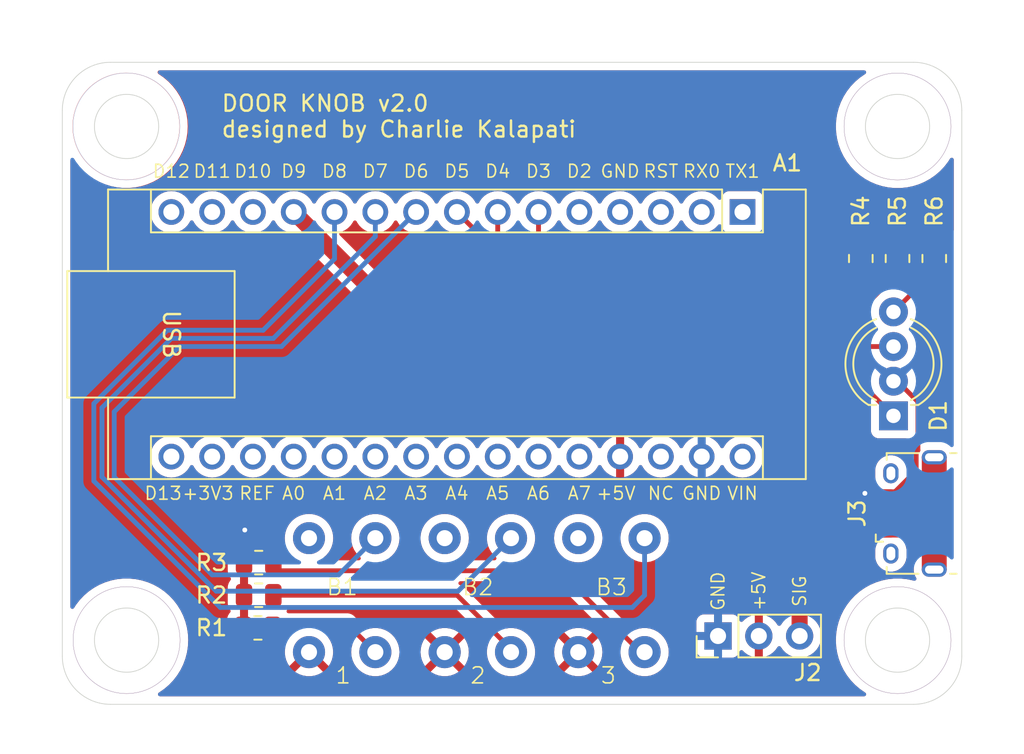
<source format=kicad_pcb>
(kicad_pcb (version 20240108) (generator "pcbnew") (generator_version "8.0")
  (layers (0 "F.Cu" signal) (31 "B.Cu" signal) (34 "B.Paste" user) (35 "F.Paste" user) (36 "B.SilkS" user "B.Silkscreen") (37 "F.SilkS" user "F.Silkscreen") (38 "B.Mask" user) (39 "F.Mask" user) (44 "Edge.Cuts" user))
  (net 0 "")
  (net 1 "Net-(A1-D7)")
  (net 2 "unconnected-(A1-A4-Pad23)")
  (net 5 "Net-(A1-D4)")
  (net 7 "+5V")
  (net 10 "Net-(A1-D8)")
  (net 11 "Net-(A1-D9)")
  (net 13 "Net-(A1-D5)")
  (net 21 "Net-(A1-D3)")
  (net 25 "Net-(A1-D6)")
  (net 26 "GND")
  (net 29 "Net-(B1-Pad4)")
  (net 31 "Net-(B2-Pad4)")
  (net 33 "Net-(B3-Pad4)")
  (net 34 "Net-(D1-BA)")
  (net 35 "Net-(D1-RA)")
  (net 36 "Net-(D1-GA)")
  (footprint "1_My_custom_library:Button_6mm" (layer "F.Cu") (at 100.871 108.198)
    (property "Reference" "B2" (at 0 -0.5 0) (layer "F.SilkS") (effects (font (thickness 0.1))))
    (property "Value" "~" (hide yes))
    (pad "1" thru_hole custom (at -2.065 -3.55) (size 2 2) (drill 1) (layers "*.Cu" "*.Mask") (options (clearance outline) (anchor circle)) (primitives))
    (pad "2" thru_hole circle (at 2.065 -3.55) (size 2 2) (drill 1) (layers "*.Cu" "*.Mask") (net 1 "Net-(A1-D7)"))
    (pad "3" thru_hole circle (at -2.065 3.55) (size 2 2) (drill 1) (layers "*.Cu" "*.Mask") (net 7 "+5V"))
    (pad "4" thru_hole circle (at 2.065 3.55) (size 2 2) (drill 1) (layers "*.Cu" "*.Mask") (net 31 "Net-(B2-Pad4)"))
  )
  (footprint "Module:Arduino_Nano" (layer "F.Cu") (at 117.348 84.328 -90)
    (property "Reference" "A1" (at -3.048 -2.794 0) (layer "F.SilkS"))
    (property "Value" "Arduino_Nano_Matter")
    (fp_line (start 3.68 42.04) (end 3.68 31.62) (stroke (width 0.12)) (layer "F.SilkS"))
    (fp_line (start 11.56 42.04) (end 3.68 42.04) (stroke (width 0.12)) (layer "F.SilkS"))
    (fp_line (start -1.4 39.5) (end 3.68 39.5) (stroke (width 0.12)) (layer "F.SilkS"))
    (fp_line (start 16.64 39.5) (end 11.56 39.5) (stroke (width 0.12)) (layer "F.SilkS"))
    (fp_line (start 16.64 39.5) (end 16.64 -3.94) (stroke (width 0.12)) (layer "F.SilkS"))
    (fp_line (start 1.27 36.83) (end -1.4 36.83) (stroke (width 0.12)) (layer "F.SilkS"))
    (fp_line (start 13.97 36.83) (end 16.64 36.83) (stroke (width 0.12)) (layer "F.SilkS"))
    (fp_line (start 3.68 31.62) (end 11.56 31.62) (stroke (width 0.12)) (layer "F.SilkS"))
    (fp_line (start 11.56 31.62) (end 11.56 42.04) (stroke (width 0.12)) (layer "F.SilkS"))
    (fp_line (start -1.4 1.27) (end -1.4 39.5) (stroke (width 0.12)) (layer "F.SilkS"))
    (fp_line (start 1.27 1.27) (end 1.27 36.83) (stroke (width 0.12)) (layer "F.SilkS"))
    (fp_line (start 1.27 1.27) (end -1.4 1.27) (stroke (width 0.12)) (layer "F.SilkS"))
    (fp_line (start 1.27 1.27) (end 1.27 -1.27) (stroke (width 0.12)) (layer "F.SilkS"))
    (fp_line (start 1.27 -1.27) (end -1.4 -1.27) (stroke (width 0.12)) (layer "F.SilkS"))
    (fp_line (start 13.97 -1.27) (end 13.97 36.83) (stroke (width 0.12)) (layer "F.SilkS"))
    (fp_line (start 13.97 -1.27) (end 16.64 -1.27) (stroke (width 0.12)) (layer "F.SilkS"))
    (fp_line (start -1.4 -3.94) (end -1.4 -1.27) (stroke (width 0.12)) (layer "F.SilkS"))
    (fp_line (start 16.64 -3.94) (end -1.4 -3.94) (stroke (width 0.12)) (layer "F.SilkS"))
    (fp_text user "USB" (at 7.62 35.56 -90) (layer "F.SilkS"))
    (pad "1" thru_hole rect (at 0 0 270) (size 1.6 1.6) (drill 1) (layers "*.Cu" "*.Mask"))
    (pad "2" thru_hole oval (at 0 2.54 270) (size 1.6 1.6) (drill 1) (layers "*.Cu" "*.Mask"))
    (pad "3" thru_hole oval (at 0 5.08 270) (size 1.6 1.6) (drill 1) (layers "*.Cu" "*.Mask"))
    (pad "4" thru_hole oval (at 0 7.62 270) (size 1.6 1.6) (drill 1) (layers "*.Cu" "*.Mask"))
    (pad "5" thru_hole oval (at 0 10.16 270) (size 1.6 1.6) (drill 1) (layers "*.Cu" "*.Mask"))
    (pad "6" thru_hole oval (at 0 12.7 270) (size 1.6 1.6) (drill 1) (layers "*.Cu" "*.Mask") (net 21 "Net-(A1-D3)"))
    (pad "7" thru_hole oval (at 0 15.24 270) (size 1.6 1.6) (drill 1) (layers "*.Cu" "*.Mask") (net 5 "Net-(A1-D4)"))
    (pad "8" thru_hole oval (at 0 17.78 270) (size 1.6 1.6) (drill 1) (layers "*.Cu" "*.Mask") (net 13 "Net-(A1-D5)"))
    (pad "9" thru_hole oval (at 0 20.32 270) (size 1.6 1.6) (drill 1) (layers "*.Cu" "*.Mask") (net 25 "Net-(A1-D6)"))
    (pad "10" thru_hole oval (at 0 22.86 270) (size 1.6 1.6) (drill 1) (layers "*.Cu" "*.Mask") (net 1 "Net-(A1-D7)"))
    (pad "11" thru_hole oval (at 0 25.4 270) (size 1.6 1.6) (drill 1) (layers "*.Cu" "*.Mask") (net 10 "Net-(A1-D8)"))
    (pad "12" thru_hole oval (at 0 27.94 270) (size 1.6 1.6) (drill 1) (layers "*.Cu" "*.Mask") (net 11 "Net-(A1-D9)"))
    (pad "13" thru_hole oval (at 0 30.48 270) (size 1.6 1.6) (drill 1) (layers "*.Cu" "*.Mask"))
    (pad "14" thru_hole oval (at 0 33.02 270) (size 1.6 1.6) (drill 1) (layers "*.Cu" "*.Mask"))
    (pad "15" thru_hole oval (at 0 35.56 270) (size 1.6 1.6) (drill 1) (layers "*.Cu" "*.Mask"))
    (pad "16" thru_hole oval (at 15.24 35.56 270) (size 1.6 1.6) (drill 1) (layers "*.Cu" "*.Mask"))
    (pad "17" thru_hole oval (at 15.24 33.02 270) (size 1.6 1.6) (drill 1) (layers "*.Cu" "*.Mask"))
    (pad "18" thru_hole oval (at 15.24 30.48 270) (size 1.6 1.6) (drill 1) (layers "*.Cu" "*.Mask"))
    (pad "19" thru_hole oval (at 15.24 27.94 270) (size 1.6 1.6) (drill 1) (layers "*.Cu" "*.Mask"))
    (pad "20" thru_hole oval (at 15.24 25.4 270) (size 1.6 1.6) (drill 1) (layers "*.Cu" "*.Mask"))
    (pad "21" thru_hole oval (at 15.24 22.86 270) (size 1.6 1.6) (drill 1) (layers "*.Cu" "*.Mask"))
    (pad "22" thru_hole oval (at 15.24 20.32 270) (size 1.6 1.6) (drill 1) (layers "*.Cu" "*.Mask"))
    (pad "23" thru_hole oval (at 15.24 17.78 270) (size 1.6 1.6) (drill 1) (layers "*.Cu" "*.Mask") (net 2 "unconnected-(A1-A4-Pad23)"))
    (pad "24" thru_hole oval (at 15.24 15.24 270) (size 1.6 1.6) (drill 1) (layers "*.Cu" "*.Mask"))
    (pad "25" thru_hole oval (at 15.24 12.7 270) (size 1.6 1.6) (drill 1) (layers "*.Cu" "*.Mask"))
    (pad "26" thru_hole oval (at 15.24 10.16 270) (size 1.6 1.6) (drill 1) (layers "*.Cu" "*.Mask"))
    (pad "27" thru_hole oval (at 15.24 7.62 270) (size 1.6 1.6) (drill 1) (layers "*.Cu" "*.Mask") (net 7 "+5V"))
    (pad "28" thru_hole oval (at 15.24 5.08 270) (size 1.6 1.6) (drill 1) (layers "*.Cu" "*.Mask"))
    (pad "29" thru_hole oval (at 15.24 2.54 270) (size 1.6 1.6) (drill 1) (layers "*.Cu" "*.Mask") (net 26 "GND"))
    (pad "30" thru_hole oval (at 15.24 0 270) (size 1.6 1.6) (drill 1) (layers "*.Cu" "*.Mask"))
  )
  (footprint "Resistor_SMD:R_0805_2012Metric" (layer "F.Cu") (at 87.2255 106.172 180)
    (property "Reference" "R3" (at 2.9445 0 0) (layer "F.SilkS"))
    (property "Value" "220R" (hide yes))
    (fp_line (start -0.227064 0.735) (end 0.227064 0.735) (stroke (width 0.12)) (layer "F.SilkS"))
    (fp_line (start -0.227064 -0.735) (end 0.227064 -0.735) (stroke (width 0.12)) (layer "F.SilkS"))
    (pad "1" smd roundrect (at -0.9125 0 180) (size 1.025 1.4) (layers "F.Cu" "F.Paste" "F.Mask") (roundrect_rratio 0.243902) (net 33 "Net-(B3-Pad4)"))
    (pad "2" smd roundrect (at 0.9125 0 180) (size 1.025 1.4) (layers "F.Cu" "F.Paste" "F.Mask") (roundrect_rratio 0.243902) (net 26 "GND"))
  )
  (footprint "LED_THT:LED_D5.0mm-4_RGB_Wide_Pins" (layer "F.Cu") (at 126.746 97.028 90)
    (property "Reference" "D1" (at 0 2.794 90) (layer "F.SilkS"))
    (property "Value" "LED_RKGB" (hide yes))
    (fp_line (start 0.6785 -1.545) (end 0.6785 -1.08) (stroke (width 0.12)) (layer "F.SilkS"))
    (fp_line (start 0.6785 1.08) (end 0.6785 1.545) (stroke (width 0.12)) (layer "F.SilkS"))
    (fp_arc (start 0.6785 -1.54483) (mid 3.496956 -2.978809) (end 6.026315 -1.080827) (stroke (width 0.12)) (layer "F.SilkS"))
    (fp_arc (start 0.983816 -1.08) (mid 3.238262 -2.5) (end 5.492979 -1.080429) (stroke (width 0.12)) (layer "F.SilkS"))
    (fp_arc (start 5.492979 1.080429) (mid 3.238262 2.5) (end 0.983816 1.08) (stroke (width 0.12)) (layer "F.SilkS"))
    (fp_arc (start 6.026315 1.080827) (mid 3.496956 2.978808) (end 0.6785 1.54483) (stroke (width 0.12)) (layer "F.SilkS"))
    (pad "1" thru_hole rect (at 0 0 90) (size 1.8 1.8) (drill 0.9) (layers "*.Cu" "*.Mask") (net 35 "Net-(D1-RA)"))
    (pad "2" thru_hole circle (at 2.159 0 90) (size 1.8 1.8) (drill 0.9) (layers "*.Cu" "*.Mask") (net 26 "GND"))
    (pad "3" thru_hole circle (at 4.318 0 90) (size 1.8 1.8) (drill 0.9) (layers "*.Cu" "*.Mask") (net 36 "Net-(D1-GA)"))
    (pad "4" thru_hole circle (at 6.477 0 90) (size 1.8 1.8) (drill 0.9) (layers "*.Cu" "*.Mask") (net 34 "Net-(D1-BA)"))
  )
  (footprint "Connector_PinHeader_2.54mm:PinHeader_1x03_P2.54mm_Vertical" (layer "F.Cu") (at 115.824 110.744 90)
    (property "Reference" "J2" (at -2.286 5.588 0) (layer "F.SilkS"))
    (property "Value" "Conn_01x03" (hide yes))
    (fp_line (start -1.33 -1.33) (end 0 -1.33) (stroke (width 0.12)) (layer "F.SilkS"))
    (fp_line (start -1.33 0) (end -1.33 -1.33) (stroke (width 0.12)) (layer "F.SilkS"))
    (fp_line (start 1.33 1.27) (end 1.33 6.41) (stroke (width 0.12)) (layer "F.SilkS"))
    (fp_line (start -1.33 1.27) (end 1.33 1.27) (stroke (width 0.12)) (layer "F.SilkS"))
    (fp_line (start -1.33 1.27) (end -1.33 6.41) (stroke (width 0.12)) (layer "F.SilkS"))
    (fp_line (start -1.33 6.41) (end 1.33 6.41) (stroke (width 0.12)) (layer "F.SilkS"))
    (pad "1" thru_hole rect (at 0 0 90) (size 1.7 1.7) (drill 1) (layers "*.Cu" "*.Mask") (net 26 "GND"))
    (pad "2" thru_hole oval (at 0 2.54 90) (size 1.7 1.7) (drill 1) (layers "*.Cu" "*.Mask") (net 7 "+5V"))
    (pad "3" thru_hole oval (at 0 5.08 90) (size 1.7 1.7) (drill 1) (layers "*.Cu" "*.Mask") (net 11 "Net-(A1-D9)"))
  )
  (footprint "Resistor_SMD:R_0805_2012Metric" (layer "F.Cu") (at 124.714 87.2255 -90)
    (property "Reference" "R4" (at -2.9445 0 90) (layer "F.SilkS"))
    (property "Value" "220R" (hide yes))
    (fp_line (start -0.227064 0.735) (end 0.227064 0.735) (stroke (width 0.12)) (layer "F.SilkS"))
    (fp_line (start -0.227064 -0.735) (end 0.227064 -0.735) (stroke (width 0.12)) (layer "F.SilkS"))
    (pad "1" smd roundrect (at -0.9125 0 270) (size 1.025 1.4) (layers "F.Cu" "F.Paste" "F.Mask") (roundrect_rratio 0.243902) (net 13 "Net-(A1-D5)"))
    (pad "2" smd roundrect (at 0.9125 0 270) (size 1.025 1.4) (layers "F.Cu" "F.Paste" "F.Mask") (roundrect_rratio 0.243902) (net 35 "Net-(D1-RA)"))
  )
  (footprint "Resistor_SMD:R_0805_2012Metric" (layer "F.Cu") (at 127 87.2255 -90)
    (property "Reference" "R5" (at -2.9445 0 90) (layer "F.SilkS"))
    (property "Value" "220R" (hide yes))
    (fp_line (start -0.227064 0.735) (end 0.227064 0.735) (stroke (width 0.12)) (layer "F.SilkS"))
    (fp_line (start -0.227064 -0.735) (end 0.227064 -0.735) (stroke (width 0.12)) (layer "F.SilkS"))
    (pad "1" smd roundrect (at -0.9125 0 270) (size 1.025 1.4) (layers "F.Cu" "F.Paste" "F.Mask") (roundrect_rratio 0.243902) (net 5 "Net-(A1-D4)"))
    (pad "2" smd roundrect (at 0.9125 0 270) (size 1.025 1.4) (layers "F.Cu" "F.Paste" "F.Mask") (roundrect_rratio 0.243902) (net 36 "Net-(D1-GA)"))
  )
  (footprint "1_My_custom_library:Button_6mm" (layer "F.Cu") (at 109.187 108.198)
    (property "Reference" "B3" (at 0 -0.5 0) (layer "F.SilkS") (effects (font (thickness 0.1))))
    (property "Value" "~" (hide yes))
    (pad "1" thru_hole custom (at -2.065 -3.55) (size 2 2) (drill 1) (layers "*.Cu" "*.Mask") (options (clearance outline) (anchor circle)) (primitives))
    (pad "2" thru_hole circle (at 2.065 -3.55) (size 2 2) (drill 1) (layers "*.Cu" "*.Mask") (net 10 "Net-(A1-D8)"))
    (pad "3" thru_hole circle (at -2.065 3.55) (size 2 2) (drill 1) (layers "*.Cu" "*.Mask") (net 7 "+5V"))
    (pad "4" thru_hole circle (at 2.065 3.55) (size 2 2) (drill 1) (layers "*.Cu" "*.Mask") (net 33 "Net-(B3-Pad4)"))
  )
  (footprint "Resistor_SMD:R_0805_2012Metric" (layer "F.Cu") (at 87.2255 108.204 180)
    (property "Reference" "R2" (at 2.9445 0 0) (layer "F.SilkS"))
    (property "Value" "220R" (hide yes))
    (fp_line (start -0.227064 0.735) (end 0.227064 0.735) (stroke (width 0.12)) (layer "F.SilkS"))
    (fp_line (start -0.227064 -0.735) (end 0.227064 -0.735) (stroke (width 0.12)) (layer "F.SilkS"))
    (pad "1" smd roundrect (at -0.9125 0 180) (size 1.025 1.4) (layers "F.Cu" "F.Paste" "F.Mask") (roundrect_rratio 0.243902) (net 31 "Net-(B2-Pad4)"))
    (pad "2" smd roundrect (at 0.9125 0 180) (size 1.025 1.4) (layers "F.Cu" "F.Paste" "F.Mask") (roundrect_rratio 0.243902) (net 26 "GND"))
  )
  (footprint "Resistor_SMD:R_0805_2012Metric" (layer "F.Cu") (at 87.1785 110.236 180)
    (property "Reference" "R1" (at 2.8975 0 0) (layer "F.SilkS"))
    (property "Value" "220R" (hide yes))
    (fp_line (start -0.227064 0.735) (end 0.227064 0.735) (stroke (width 0.12)) (layer "F.SilkS"))
    (fp_line (start -0.227064 -0.735) (end 0.227064 -0.735) (stroke (width 0.12)) (layer "F.SilkS"))
    (pad "1" smd roundrect (at -0.9125 0 180) (size 1.025 1.4) (layers "F.Cu" "F.Paste" "F.Mask") (roundrect_rratio 0.243902) (net 29 "Net-(B1-Pad4)"))
    (pad "2" smd roundrect (at 0.9125 0 180) (size 1.025 1.4) (layers "F.Cu" "F.Paste" "F.Mask") (roundrect_rratio 0.243902) (net 26 "GND"))
  )
  (footprint "Resistor_SMD:R_0805_2012Metric" (layer "F.Cu") (at 129.286 87.2255 -90)
    (property "Reference" "R6" (at -2.9445 0 90) (layer "F.SilkS"))
    (property "Value" "220R" (hide yes))
    (fp_line (start -0.227064 0.735) (end 0.227064 0.735) (stroke (width 0.12)) (layer "F.SilkS"))
    (fp_line (start -0.227064 -0.735) (end 0.227064 -0.735) (stroke (width 0.12)) (layer "F.SilkS"))
    (pad "1" smd roundrect (at -0.9125 0 270) (size 1.025 1.4) (layers "F.Cu" "F.Paste" "F.Mask") (roundrect_rratio 0.243902) (net 21 "Net-(A1-D3)"))
    (pad "2" smd roundrect (at 0.9125 0 270) (size 1.025 1.4) (layers "F.Cu" "F.Paste" "F.Mask") (roundrect_rratio 0.243902) (net 34 "Net-(D1-BA)"))
  )
  (footprint "1_My_custom_library:Button_6mm" (layer "F.Cu") (at 92.423 108.198)
    (property "Reference" "B1" (at 0 -0.5 0) (layer "F.SilkS") (effects (font (thickness 0.1))))
    (property "Value" "~" (hide yes))
    (pad "1" thru_hole custom (at -2.065 -3.55) (size 2 2) (drill 1) (layers "*.Cu" "*.Mask") (options (clearance outline) (anchor circle)) (primitives))
    (pad "2" thru_hole circle (at 2.065 -3.55) (size 2 2) (drill 1) (layers "*.Cu" "*.Mask") (net 25 "Net-(A1-D6)"))
    (pad "3" thru_hole circle (at -2.065 3.55) (size 2 2) (drill 1) (layers "*.Cu" "*.Mask") (net 7 "+5V"))
    (pad "4" thru_hole circle (at 2.065 3.55) (size 2 2) (drill 1) (layers "*.Cu" "*.Mask") (net 29 "Net-(B1-Pad4)"))
  )
  (footprint "Connector_USB:USB_Micro-B_Amphenol_10118194-0001LF_Horizontal" (layer "F.Cu") (at 127.986 103.108 90)
    (property "Reference" "J3" (at 0 -3.5 90) (layer "F.SilkS"))
    (property "Value" "USB_B_Micro" (hide yes))
    (fp_line (start -1.31 -2.34) (end -1.76 -2.34) (stroke (width 0.12)) (layer "F.SilkS"))
    (fp_line (start -1.76 -1.89) (end -1.76 -2.34) (stroke (width 0.12)) (layer "F.SilkS"))
    (fp_line (start 3.76 -1.66) (end 3.34 -1.66) (stroke (width 0.12)) (layer "F.SilkS"))
    (fp_line (start -3.76 -1.66) (end -3.34 -1.66) (stroke (width 0.12)) (layer "F.SilkS"))
    (fp_line (start 3.76 0.32) (end 3.76 -1.66) (stroke (width 0.12)) (layer "F.SilkS"))
    (fp_line (start -3.76 0.32) (end -3.76 -1.66) (stroke (width 0.12)) (layer "F.SilkS"))
    (fp_line (start 3.76 2.29) (end 3.76 2.69) (stroke (width 0.12)) (layer "F.SilkS"))
    (fp_line (start -3.76 2.69) (end -3.76 2.29) (stroke (width 0.12)) (layer "F.SilkS"))
    (pad "1" smd roundrect (at -1.3 -1.4 90) (size 0.4 1.35) (layers "F.Cu" "F.Paste" "F.Mask") (net 7 "+5V"))
    (pad "2" smd roundrect (at -0.65 -1.4 90) (size 0.4 1.35) (layers "F.Cu" "F.Paste" "F.Mask"))
    (pad "3" smd roundrect (at 0 -1.4 90) (size 0.4 1.35) (layers "F.Cu" "F.Paste" "F.Mask"))
    (pad "4" smd roundrect (at 0.65 -1.4 90) (size 0.4 1.35) (layers "F.Cu" "F.Paste" "F.Mask"))
    (pad "5" smd roundrect (at 1.3 -1.4 90) (size 0.4 1.35) (layers "F.Cu" "F.Paste" "F.Mask") (net 26 "GND"))
    (pad "6" thru_hole oval (at -3.5 1.3 90) (size 0.89 1.55) (drill oval 0.5 1.15) (layers "*.Cu" "*.Mask"))
    (pad "6" smd roundrect (at -3.025 1.3 90) (size 1.45 1.55) (layers "F.Cu" "F.Paste" "F.Mask") (roundrect_rratio 0.1724137931))
    (pad "6" thru_hole oval (at -2.5 -1.4 90) (size 1.25 0.95) (drill oval 0.85 0.55) (layers "*.Cu" "*.Mask"))
    (pad "6" smd roundrect (at -1 1.3 90) (size 1.5 1.55) (layers "F.Cu" "F.Paste" "F.Mask") (roundrect_rratio 0.1666666667))
    (pad "6" smd roundrect (at 1 1.3 90) (size 1.5 1.55) (layers "F.Cu" "F.Paste" "F.Mask") (roundrect_rratio 0.1666666667))
    (pad "6" thru_hole oval (at 2.5 -1.4 90) (size 1.25 0.95) (drill oval 0.85 0.55) (layers "*.Cu" "*.Mask"))
    (pad "6" smd roundrect (at 3.025 1.3 90) (size 1.45 1.55) (layers "F.Cu" "F.Paste" "F.Mask") (roundrect_rratio 0.1724137931))
    (pad "6" thru_hole oval (at 3.5 1.3 90) (size 0.89 1.55) (drill oval 0.5 1.15) (layers "*.Cu" "*.Mask"))
  )
  (gr_circle (center 127 111) (end 130.33 111) (stroke (width 0.01)) (fill none) (layer "F.Cu"))
  (gr_circle (center 78.966 78.994) (end 82.296 78.994) (stroke (width 0.01)) (fill none) (layer "F.Cu"))
  (gr_circle (center 79 111) (end 82.33 111) (stroke (width 0.01)) (fill none) (layer "F.Cu"))
  (gr_circle (center 127 79) (end 130.33 79) (stroke (width 0.01)) (fill none) (layer "F.Cu"))
  (gr_circle (center 127 111) (end 130.33 111) (stroke (width 0.01)) (fill none) (layer "B.Cu"))
  (gr_circle (center 127 79) (end 130.33 79) (stroke (width 0.01)) (fill none) (layer "B.Cu"))
  (gr_circle (center 79 79) (end 82.33 79) (stroke (width 0.01)) (fill none) (layer "B.Cu"))
  (gr_circle (center 79 111) (end 82.33 111) (stroke (width 0.01)) (fill none) (layer "B.Cu"))
  (gr_line (start 131 78) (end 131 112) (stroke (width 0.05)) (layer "Edge.Cuts"))
  (gr_arc (start 78 115) (mid 75.87868 114.12132) (end 75 112) (stroke (width 0.05)) (layer "Edge.Cuts"))
  (gr_circle (center 127 79) (end 129 79) (stroke (width 0.05)) (fill none) (layer "Edge.Cuts"))
  (gr_arc (start 128 75) (mid 130.12132 75.87868) (end 131 78) (stroke (width 0.05)) (layer "Edge.Cuts"))
  (gr_circle (center 79 111) (end 81 111) (stroke (width 0.05)) (fill none) (layer "Edge.Cuts"))
  (gr_arc (start 75 78) (mid 75.87868 75.87868) (end 78 75) (stroke (width 0.05)) (layer "Edge.Cuts"))
  (gr_line (start 78 75) (end 128 75) (stroke (width 0.05)) (layer "Edge.Cuts"))
  (gr_line (start 128 115) (end 78 115) (stroke (width 0.05)) (layer "Edge.Cuts"))
  (gr_circle (center 127 111) (end 129 111) (stroke (width 0.05)) (fill none) (layer "Edge.Cuts"))
  (gr_line (start 75 112) (end 75 78) (stroke (width 0.05)) (layer "Edge.Cuts"))
  (gr_circle (center 79 79) (end 81 79) (stroke (width 0.05)) (fill none) (layer "Edge.Cuts"))
  (gr_arc (start 131 112) (mid 130.12132 114.12132) (end 128 115) (stroke (width 0.05)) (layer "Edge.Cuts"))
  (gr_text "1" (at 91.948 113.792 0) (layer "F.SilkS") (effects (font (size 1 1) (thickness 0.1)) (justify left bottom)))
  (gr_text "A7" (at 107.188 101.854 0) (layer "F.SilkS") (effects (font (size 0.8 0.8) (thickness 0.1))))
  (gr_text "SIG" (at 120.904 107.95 90) (layer "F.SilkS") (effects (font (size 0.8 0.8) (thickness 0.1))))
  (gr_text "D5" (at 99.568 81.788 0) (layer "F.SilkS") (effects (font (size 0.8 0.8) (thickness 0.1))))
  (gr_text "A1" (at 91.948 101.854 0) (layer "F.SilkS") (effects (font (size 0.8 0.8) (thickness 0.1))))
  (gr_text "DOOR KNOB v2.0\ndesigned by Charlie Kalapati" (at 84.836 79.756 0) (layer "F.SilkS") (effects (font (size 1 1)) (justify left bottom)))
  (gr_text "A3" (at 97.028 101.854 0) (layer "F.SilkS") (effects (font (size 0.8 0.8) (thickness 0.1))))
  (gr_text "D13" (at 81.28 101.854 0) (layer "F.SilkS") (effects (font (size 0.8 0.8) (thickness 0.1))))
  (gr_text "GND" (at 109.728 81.788 0) (layer "F.SilkS") (effects (font (size 0.8 0.8) (thickness 0.1))))
  (gr_text "D2" (at 107.188 81.788 0) (layer "F.SilkS") (effects (font (size 0.8 0.8) (thickness 0.1))))
  (gr_text "GND" (at 114.808 101.854 0) (layer "F.SilkS") (effects (font (size 0.8 0.8) (thickness 0.1))))
  (gr_text "+5V" (at 109.474 101.854 0) (layer "F.SilkS") (effects (font (size 0.8 0.8) (thickness 0.1))))
  (gr_text "D9" (at 89.408 81.788 0) (layer "F.SilkS") (effects (font (size 0.8 0.8) (thickness 0.1))))
  (gr_text "2" (at 100.33 113.792 0) (layer "F.SilkS") (effects (font (size 1 1) (thickness 0.1)) (justify left bottom)))
  (gr_text "D11" (at 84.328 81.788 0) (layer "F.SilkS") (effects (font (size 0.8 0.8) (thickness 0.1))))
  (gr_text "TX1" (at 117.348 81.788 0) (layer "F.SilkS") (effects (font (size 0.8 0.8) (thickness 0.1))))
  (gr_text "REF" (at 87.122 101.854 0) (layer "F.SilkS") (effects (font (size 0.8 0.8) (thickness 0.1))))
  (gr_text "3" (at 108.458 113.792 0) (layer "F.SilkS") (effects (font (size 1 1) (thickness 0.1)) (justify left bottom)))
  (gr_text "D6" (at 97.028 81.788 0) (layer "F.SilkS") (effects (font (size 0.8 0.8) (thickness 0.1))))
  (gr_text "RX0" (at 114.808 81.788 0) (layer "F.SilkS") (effects (font (size 0.8 0.8) (thickness 0.1))))
  (gr_text "RST" (at 112.268 81.788 0) (layer "F.SilkS") (effects (font (size 0.8 0.8) (thickness 0.1))))
  (gr_text "D7" (at 94.488 81.788 0) (layer "F.SilkS") (effects (font (size 0.8 0.8) (thickness 0.1))))
  (gr_text "D3" (at 104.648 81.788 0) (layer "F.SilkS") (effects (font (size 0.8 0.8) (thickness 0.1))))
  (gr_text "D12" (at 81.788 81.788 0) (layer "F.SilkS") (effects (font (size 0.8 0.8) (thickness 0.1))))
  (gr_text "A4" (at 99.568 101.854 0) (layer "F.SilkS") (effects (font (size 0.8 0.8) (thickness 0.1))))
  (gr_text "D4" (at 102.108 81.788 0) (layer "F.SilkS") (effects (font (size 0.8 0.8) (thickness 0.1))))
  (gr_text "+5V" (at 118.364 107.95 90) (layer "F.SilkS") (effects (font (size 0.8 0.8) (thickness 0.1))))
  (gr_text "GND" (at 115.824 107.95 90) (layer "F.SilkS") (effects (font (size 0.8 0.8) (thickness 0.1))))
  (gr_text "VIN" (at 117.348 101.854 0) (layer "F.SilkS") (effects (font (size 0.8 0.8) (thickness 0.1))))
  (gr_text "A6" (at 104.648 101.854 0) (layer "F.SilkS") (effects (font (size 0.8 0.8) (thickness 0.1))))
  (gr_text "A5" (at 102.108 101.854 0) (layer "F.SilkS") (effects (font (size 0.8 0.8) (thickness 0.1))))
  (gr_text "NC" (at 112.268 101.854 0) (layer "F.SilkS") (effects (font (size 0.8 0.8) (thickness 0.1))))
  (gr_text "D10" (at 86.868 81.788 0) (layer "F.SilkS") (effects (font (size 0.8 0.8) (thickness 0.1))))
  (gr_text "+3V3" (at 84.074 101.854 0) (layer "F.SilkS") (effects (font (size 0.8 0.8) (thickness 0.1))))
  (gr_text "A2" (at 94.488 101.854 0) (layer "F.SilkS") (effects (font (size 0.8 0.8) (thickness 0.1))))
  (gr_text "A0" (at 89.408 101.854 0) (layer "F.SilkS") (effects (font (size 0.8 0.8) (thickness 0.1))))
  (gr_text "D8" (at 91.948 81.788 0) (layer "F.SilkS") (effects (font (size 0.8 0.8) (thickness 0.1))))
  (segment (start 103.632 104.14) (end 103.124 104.648) (width 0.2) (layer "F.Cu") (net 1))
  (segment (start 102.616 104.14) (end 103.124 104.648) (width 0.2) (layer "F.Cu") (net 1))
  (segment (start 81.788 92.202) (end 88.138 92.202) (width 0.3) (layer "B.Cu") (net 1))
  (segment (start 94.488 85.852) (end 94.488 84.328) (width 0.3) (layer "B.Cu") (net 1))
  (segment (start 77.47 96.52) (end 81.788 92.202) (width 0.3) (layer "B.Cu") (net 1))
  (segment (start 84.582 107.95) (end 77.47 100.838) (width 0.3) (layer "B.Cu") (net 1))
  (segment (start 77.47 100.838) (end 77.47 96.52) (width 0.3) (layer "B.Cu") (net 1))
  (segment (start 88.138 92.202) (end 94.488 85.852) (width 0.3) (layer "B.Cu") (net 1))
  (segment (start 99.634 107.95) (end 84.582 107.95) (width 0.3) (layer "B.Cu") (net 1))
  (segment (start 102.936 104.648) (end 99.634 107.95) (width 0.3) (layer "B.Cu") (net 1))
  (segment (start 99.568 99.568) (end 100.076 99.568) (width 0.2) (layer "F.Cu") (net 2))
  (segment (start 125.523 84.836) (end 123.19 84.836) (width 0.3) (layer "F.Cu") (net 5))
  (segment (start 117.348 90.678) (end 107.188 90.678) (width 0.3) (layer "F.Cu") (net 5))
  (segment (start 102.108 85.598) (end 102.108 84.328) (width 0.3) (layer "F.Cu") (net 5))
  (segment (start 107.188 90.678) (end 102.108 85.598) (width 0.3) (layer "F.Cu") (net 5))
  (segment (start 123.19 84.836) (end 117.348 90.678) (width 0.3) (layer "F.Cu") (net 5))
  (segment (start 127 86.313) (end 125.523 84.836) (width 0.3) (layer "F.Cu") (net 5))
  (segment (start 126.586 104.408) (end 124.714 104.408) (width 0.4) (layer "F.Cu") (net 7))
  (segment (start 87.503 91.694) (end 91.948 87.249) (width 0.3) (layer "B.Cu") (net 10))
  (segment (start 76.962 101.092) (end 76.962 96.266) (width 0.3) (layer "B.Cu") (net 10))
  (segment (start 76.962 96.266) (end 81.534 91.694) (width 0.3) (layer "B.Cu") (net 10))
  (segment (start 84.836 108.966) (end 76.962 101.092) (width 0.3) (layer "B.Cu") (net 10))
  (segment (start 110.49 108.966) (end 84.836 108.966) (width 0.3) (layer "B.Cu") (net 10))
  (segment (start 81.534 91.694) (end 87.503 91.694) (width 0.3) (layer "B.Cu") (net 10))
  (segment (start 91.948 87.249) (end 91.948 84.328) (width 0.3) (layer "B.Cu") (net 10))
  (segment (start 111.252 108.204) (end 110.49 108.966) (width 0.3) (layer "B.Cu") (net 10))
  (segment (start 111.252 104.648) (end 111.252 108.204) (width 0.3) (layer "B.Cu") (net 10))
  (segment (start 120.904 98.552) (end 120.904 110.744) (width 1) (layer "F.Cu") (net 11))
  (segment (start 117.856 95.504) (end 100.584 95.504) (width 1) (layer "F.Cu") (net 11))
  (segment (start 120.904 98.552) (end 117.856 95.504) (width 1) (layer "F.Cu") (net 11))
  (segment (start 100.584 95.504) (end 89.408 84.328) (width 1) (layer "F.Cu") (net 11))
  (segment (start 123.237 86.313) (end 124.714 86.313) (width 0.3) (layer "F.Cu") (net 13))
  (segment (start 118.11 91.44) (end 123.237 86.313) (width 0.3) (layer "F.Cu") (net 13))
  (segment (start 124.714 86.106) (end 124.714 86.313) (width 0.2) (layer "F.Cu") (net 13))
  (segment (start 106.68 91.44) (end 118.11 91.44) (width 0.3) (layer "F.Cu") (net 13))
  (segment (start 99.568 84.328) (end 106.68 91.44) (width 0.3) (layer "F.Cu") (net 13))
  (segment (start 116.386893 89.916) (end 122.482893 83.82) (width 0.3) (layer "F.Cu") (net 21))
  (segment (start 104.648 84.328) (end 104.648 86.614) (width 0.3) (layer "F.Cu") (net 21))
  (segment (start 107.95 89.916) (end 116.386893 89.916) (width 0.3) (layer "F.Cu") (net 21))
  (segment (start 104.648 86.614) (end 107.95 89.916) (width 0.3) (layer "F.Cu") (net 21))
  (segment (start 122.482893 83.82) (end 126.793 83.82) (width 0.3) (layer "F.Cu") (net 21))
  (segment (start 126.793 83.82) (end 129.286 86.313) (width 0.3) (layer "F.Cu") (net 21))
  (segment (start 78.232 96.774) (end 78.232 100.838) (width 0.3) (layer "B.Cu") (net 25))
  (segment (start 82.296 92.71) (end 78.232 96.774) (width 0.3) (layer "B.Cu") (net 25))
  (segment (start 78.232 100.838) (end 84.328 106.934) (width 0.3) (layer "B.Cu") (net 25))
  (segment (start 92.202 106.934) (end 94.488 104.648) (width 0.3) (layer "B.Cu") (net 25))
  (segment (start 84.328 106.934) (end 92.202 106.934) (width 0.3) (layer "B.Cu") (net 25))
  (segment (start 88.646 92.71) (end 82.296 92.71) (width 0.3) (layer "B.Cu") (net 25))
  (segment (start 97.028 84.328) (end 88.646 92.71) (width 0.3) (layer "B.Cu") (net 25))
  (segment (start 128.27 96.152) (end 128.27 99.1697) (width 0.3) (layer "F.Cu") (net 26))
  (segment (start 86.313 104.187) (end 86.36 104.14) (width 0.2) (layer "F.Cu") (net 26))
  (segment (start 126.792 101.808) (end 126.586 101.808) (width 0.2) (layer "F.Cu") (net 26))
  (segment (start 86.313 110.189) (end 86.266 110.236) (width 0.2) (layer "F.Cu") (net 26))
  (segment (start 86.313 108.204) (end 86.313 106.172) (width 0.5) (layer "F.Cu") (net 26))
  (segment (start 126.987 94.869) (end 127.946 95.828) (width 0.3) (layer "F.Cu") (net 26))
  (segment (start 86.313 106.172) (end 86.313 104.187) (width 0.2) (layer "F.Cu") (net 26))
  (segment (start 86.313 108.204) (end 86.313 110.189) (width 0.5) (layer "F.Cu") (net 26))
  (segment (start 126.586 101.808) (end 125.014 101.808) (width 0.4) (layer "F.Cu") (net 26))
  (segment (start 125.014 101.808) (end 124.968 101.854) (width 0.2) (layer "F.Cu") (net 26))
  (segment (start 126.746 94.869) (end 126.987 94.869) (width 0.2) (layer "F.Cu") (net 26))
  (segment (start 128.27 99.1697) (end 128.161 99.2787) (width 0.3) (layer "F.Cu") (net 26))
  (segment (start 128.161 100.439) (end 126.792 101.808) (width 0.3) (layer "F.Cu") (net 26))
  (segment (start 127.946 95.828) (end 128.27 96.152) (width 0.3) (layer "F.Cu") (net 26))
  (segment (start 128.161 99.2787) (end 128.161 100.439) (width 0.3) (layer "F.Cu") (net 26))
  (via (at 86.36 104.14) (size 0.6) (drill 0.3) (layers "F.Cu" "B.Cu") (net 26))
  (via (at 124.968 101.854) (size 0.6) (drill 0.3) (layers "F.Cu" "B.Cu") (net 26))
  (segment (start 92.722 109.982) (end 88.345 109.982) (width 0.3) (layer "F.Cu") (net 29))
  (segment (start 94.488 111.748) (end 92.722 109.982) (width 0.3) (layer "F.Cu") (net 29))
  (segment (start 88.345 109.982) (end 88.091 110.236) (width 0.2) (layer "F.Cu") (net 29))
  (segment (start 88.138 108.204) (end 99.58 108.204) (width 0.3) (layer "F.Cu") (net 31))
  (segment (start 99.58 108.204) (end 103.124 111.748) (width 0.3) (layer "F.Cu") (net 31))
  (segment (start 105.93 106.68) (end 110.998 111.748) (width 0.3) (layer "F.Cu") (net 33))
  (segment (start 88.646 106.68) (end 105.93 106.68) (width 0.3) (layer "F.Cu") (net 33))
  (segment (start 88.138 106.172) (end 88.646 106.68) (width 0.2) (layer "F.Cu") (net 33))
  (segment (start 126.746 90.551) (end 129.159 88.138) (width 0.3) (layer "F.Cu") (net 34))
  (segment (start 129.159 88.138) (end 129.286 88.138) (width 0.2) (layer "F.Cu") (net 34))
  (segment (start 124.714 88.138) (end 123.698 88.138) (width 0.3) (layer "F.Cu") (net 35))
  (segment (start 122.682 89.154) (end 122.682 92.964) (width 0.3) (layer "F.Cu") (net 35))
  (segment (start 122.682 92.964) (end 126.746 97.028) (width 0.3) (layer "F.Cu") (net 35))
  (segment (start 123.698 88.138) (end 122.682 89.154) (width 0.3) (layer "F.Cu") (net 35))
  (segment (start 124.968 92.71) (end 124.46 92.202) (width 0.3) (layer "F.Cu") (net 36))
  (segment (start 124.46 92.202) (end 124.46 90.678) (width 0.3) (layer "F.Cu") (net 36))
  (segment (start 126.746 92.71) (end 124.968 92.71) (width 0.3) (layer "F.Cu") (net 36))
  (segment (start 124.46 90.678) (end 127 88.138) (width 0.3) (layer "F.Cu") (net 36))
  (zone (net 7) (net_name "+5V") (layer "F.Cu") (connect_pads (clearance 0.5)) (min_thickness 0.25) (fill yes (thermal_gap 0.5) (thermal_bridge_width 0.5))
    (polygon (pts (xy 83.058 74.168) (xy 123.698 74.168) (xy 132.842 72.898) (xy 131.826 82.042) (xy 132.588 107.95) (xy 134.874 118.11) (xy 123.698 116.078) (xy 82.804 116.078) (xy 71.882 116.332) (xy 74.168 108.204) (xy 74.168 82.042) (xy 73.152 73.152)))
  )
  (zone (net 26) (net_name "GND") (layer "B.Cu") (priority 1) (connect_pads (clearance 0.5)) (min_thickness 0.25) (fill yes (thermal_gap 0.5) (thermal_bridge_width 0.5))
    (polygon (pts (xy 71.12 71.12) (xy 134.874 71.12) (xy 134.62 116.84) (xy 71.12 116.84)))
  )
)
</source>
